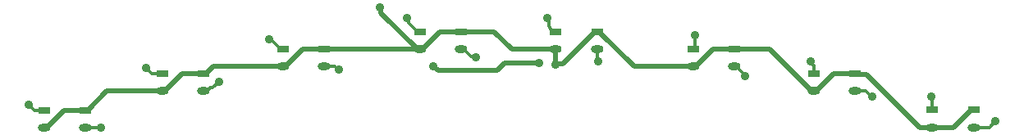
<source format=gbr>
%TF.GenerationSoftware,Altium Limited,Altium Designer,24.7.2 (38)*%
G04 Layer_Physical_Order=2*
G04 Layer_Color=16711680*
%FSLAX45Y45*%
%MOMM*%
%TF.SameCoordinates,B6918A48-4A74-411C-9F4E-45D1434950E3*%
%TF.FilePolarity,Positive*%
%TF.FileFunction,Copper,L2,Bot,Signal*%
%TF.Part,Single*%
G01*
G75*
%TA.AperFunction,Conductor*%
%ADD16C,0.30000*%
%ADD18C,0.50000*%
%TA.AperFunction,ViaPad*%
%ADD19C,0.90000*%
%TA.AperFunction,SMDPad,CuDef*%
%ADD20O,1.30000X0.80000*%
%ADD21R,1.30000X0.80000*%
D16*
X20270799Y5167762D02*
X20433162D01*
X20497800Y5232400D01*
X11104113Y5167772D02*
X11265799D01*
X11104001Y5167660D02*
X11104113Y5167772D01*
X14438680Y6251981D02*
X14532599Y6158062D01*
X14438680Y6251981D02*
Y6287720D01*
X14532599Y6158062D02*
X14557599D01*
X14427200Y6299200D02*
X14438680Y6287720D01*
X14982600Y5978063D02*
X15007600D01*
X15081384Y5904280D01*
X15126920D01*
X15138400Y5892800D01*
X15886481Y6211484D02*
X15909676Y6188288D01*
X15875000Y6299200D02*
X15886481Y6287720D01*
X15909676Y6183061D02*
Y6188288D01*
X15886481Y6211484D02*
Y6287720D01*
X15909676Y6183061D02*
X15934680Y6158062D01*
X15959679D01*
X17376999Y5980262D02*
X17399001Y6002264D01*
Y6121400D01*
X19046600Y5546263D02*
X19160384D01*
X19220247Y5486400D01*
X19227800D01*
X19837399D02*
X19845798Y5478003D01*
Y5347762D02*
Y5478003D01*
X17818019Y5800263D02*
X17909540Y5708741D01*
Y5699760D02*
Y5708741D01*
X17802000Y5800263D02*
X17818019D01*
X11265799Y5167772D02*
X11265911Y5167889D01*
X10521691Y5406649D02*
X10580680Y5347660D01*
X10678998D01*
X11793657Y5727263D02*
X11901099D01*
X11735811Y5785109D02*
X11793657Y5727263D01*
X12395068Y5577703D02*
X12420463D01*
X12484100Y5641340D01*
X12326102Y5547263D02*
X12364634D01*
X12395068Y5577703D01*
X13000731Y6082289D02*
X13012212Y6070808D01*
X13120299Y5980862D02*
X13145297D01*
X13030351Y6070808D02*
X13120299Y5980862D01*
X13012212Y6070808D02*
X13030351D01*
X13570300Y5800862D02*
X13675792D01*
X13710854Y5765800D01*
X13721080D01*
X16384682Y5978063D02*
X16391463Y5971286D01*
Y5858942D02*
Y5971286D01*
Y5858942D02*
X16398241Y5852160D01*
X18621599Y5726262D02*
Y5806775D01*
X18590260Y5838114D02*
X18621599Y5806775D01*
X18590260Y5838114D02*
Y5852160D01*
X19046600Y5546263D02*
X19047150Y5546811D01*
D18*
X18826598Y5726262D02*
X19046600D01*
X18646597Y5546263D02*
X18826598Y5726262D01*
X18621599Y5546263D02*
X18646597D01*
X10703998Y5167660D02*
X10883998Y5347660D01*
X11104001D01*
X10678998Y5167660D02*
X10703998D01*
X11129001Y5347660D02*
X11328604Y5547263D01*
X11104001Y5347660D02*
X11129001D01*
X11328604Y5547263D02*
X11901099D01*
X11926099D01*
X12106098Y5727263D02*
X12326102D01*
X11926099Y5547263D02*
X12106098Y5727263D01*
X12326102D02*
X12351102D01*
X12424701Y5800862D02*
X13145297D01*
X12351102Y5727263D02*
X12424701Y5800862D01*
X13350298Y5980862D02*
X13570300D01*
X13170297Y5800862D02*
X13350298Y5980862D01*
X13145297Y5800862D02*
X13170297D01*
X14156203Y6354458D02*
X14531200Y5979462D01*
X14556200D01*
X13571700D02*
X14531200D01*
X13570300Y5980862D02*
X13571700Y5979462D01*
X14556200D02*
X14557599Y5978063D01*
X14156203Y6354458D02*
Y6400017D01*
X14146272Y6409948D02*
X14156203Y6400017D01*
X14982600Y6158062D02*
X15325258D01*
X15505258Y5978063D02*
X15959679D01*
X15325258Y6158062D02*
X15505258Y5978063D01*
X14762598Y6158062D02*
X14982600D01*
X14557599Y5978063D02*
X14582597D01*
X14762598Y6158062D01*
X15959248Y5819569D02*
X15968752Y5829071D01*
X15958820Y5819140D02*
X15959248Y5819569D01*
X16359682Y6158062D02*
X16384682D01*
X16030690Y5829071D02*
X16359682Y6158062D01*
X15968752Y5829071D02*
X16030690D01*
X16409682Y6158062D02*
X16767480Y5800263D01*
X17376999D01*
X16384682Y6158062D02*
X16409682D01*
X17581998Y5980262D02*
X17802000D01*
X17376999Y5800263D02*
X17401997D01*
X17581998Y5980262D01*
X17802000D02*
X18162599D01*
X18596599Y5546263D02*
X18621599D01*
X18162599Y5980262D02*
X18596599Y5546263D01*
X19715771Y5167762D02*
X19845798D01*
X19168752Y5714782D02*
X19715771Y5167762D01*
X19058083Y5714782D02*
X19168752D01*
X20065800Y5167762D02*
X20245799Y5347762D01*
X20270799D01*
X19845798Y5167762D02*
X20065800D01*
X15959248Y5977633D02*
X15959679Y5978063D01*
X15959248Y5819569D02*
Y5977633D01*
X15355257Y5758180D02*
X15435526Y5838449D01*
X14748584Y5758180D02*
X15355257D01*
X14727943Y5778820D02*
X14748584Y5758180D01*
X14704724Y5798820D02*
X14724724Y5778820D01*
X14727943D01*
X14693900Y5798820D02*
X14704724D01*
X15435526Y5838449D02*
X15789651D01*
D19*
X14427200Y6299200D02*
D03*
X15138400Y5892800D02*
D03*
X15875000Y6299200D02*
D03*
X17399001Y6121400D02*
D03*
X19837399Y5486400D02*
D03*
X20497800Y5232400D02*
D03*
X14146272Y6409948D02*
D03*
X14693900Y5798820D02*
D03*
X10521691Y5406649D02*
D03*
X11265911Y5167889D02*
D03*
X11735811Y5785109D02*
D03*
X12484100Y5641340D02*
D03*
X13000731Y6082289D02*
D03*
X13721080Y5765800D02*
D03*
X16398241Y5852160D02*
D03*
X17909540Y5699760D02*
D03*
X18590260Y5852160D02*
D03*
X15789651Y5838449D02*
D03*
X15958820Y5819140D02*
D03*
X19227800Y5486400D02*
D03*
D20*
X10678998Y5167660D02*
D03*
X11104001D02*
D03*
X11901099Y5547263D02*
D03*
X12326102D02*
D03*
X13145297Y5800862D02*
D03*
X13570300D02*
D03*
X14557599Y5978063D02*
D03*
X14982600D02*
D03*
X15959679D02*
D03*
X16384682D02*
D03*
X17376999Y5800263D02*
D03*
X17802000D02*
D03*
X18621599Y5546263D02*
D03*
X19046600D02*
D03*
X19845798Y5167762D02*
D03*
X20270799D02*
D03*
D21*
X10678998Y5347660D02*
D03*
X11104001D02*
D03*
X11901099Y5727263D02*
D03*
X12326102D02*
D03*
X13145297Y5980862D02*
D03*
X13570300D02*
D03*
X14557599Y6158062D02*
D03*
X14982600D02*
D03*
X15959679D02*
D03*
X16384682D02*
D03*
X17376999Y5980262D02*
D03*
X17802000D02*
D03*
X18621599Y5726262D02*
D03*
X19046600D02*
D03*
X19845798Y5347762D02*
D03*
X20270799D02*
D03*
%TF.MD5,24d8adcf3314fc2b055764c006b1646f*%
M02*

</source>
